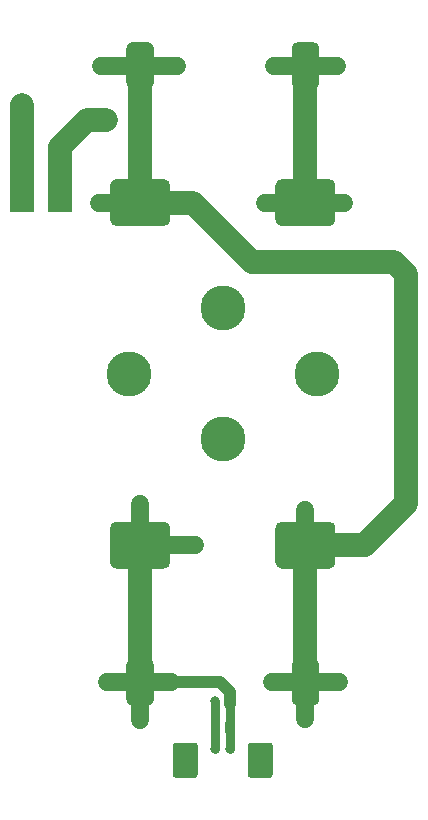
<source format=gtl>
G04 #@! TF.GenerationSoftware,KiCad,Pcbnew,(5.1.7)-1*
G04 #@! TF.CreationDate,2020-10-28T14:02:59+01:00*
G04 #@! TF.ProjectId,Generic_Node-BatteryHolder,47656e65-7269-4635-9f4e-6f64652d4261,1.0*
G04 #@! TF.SameCoordinates,PX8f0d180PY5f5e100*
G04 #@! TF.FileFunction,Copper,L1,Top*
G04 #@! TF.FilePolarity,Positive*
%FSLAX46Y46*%
G04 Gerber Fmt 4.6, Leading zero omitted, Abs format (unit mm)*
G04 Created by KiCad (PCBNEW (5.1.7)-1) date 2020-10-28 14:02:59*
%MOMM*%
%LPD*%
G01*
G04 APERTURE LIST*
G04 #@! TA.AperFunction,SMDPad,CuDef*
%ADD10R,2.000000X3.800000*%
G04 #@! TD*
G04 #@! TA.AperFunction,ComponentPad*
%ADD11C,3.810000*%
G04 #@! TD*
G04 #@! TA.AperFunction,ViaPad*
%ADD12C,0.800000*%
G04 #@! TD*
G04 #@! TA.AperFunction,Conductor*
%ADD13C,2.000000*%
G04 #@! TD*
G04 #@! TA.AperFunction,Conductor*
%ADD14C,1.500000*%
G04 #@! TD*
G04 #@! TA.AperFunction,Conductor*
%ADD15C,0.800000*%
G04 #@! TD*
G04 #@! TA.AperFunction,Conductor*
%ADD16C,1.000000*%
G04 #@! TD*
G04 APERTURE END LIST*
D10*
X-17000000Y17600000D03*
X-13800000Y17600000D03*
D11*
X0Y7549900D03*
X0Y-3549900D03*
X-7937500Y2000000D03*
X7937500Y2000000D03*
G04 #@! TA.AperFunction,SMDPad,CuDef*
G36*
G01*
X-6331675Y26130000D02*
X-7668325Y26130000D01*
G75*
G02*
X-8168400Y26630075I0J500075D01*
G01*
X-8168400Y29592325D01*
G75*
G02*
X-7668325Y30092400I500075J0D01*
G01*
X-6331675Y30092400D01*
G75*
G02*
X-5831600Y29592325I0J-500075D01*
G01*
X-5831600Y26630075D01*
G75*
G02*
X-6331675Y26130000I-500075J0D01*
G01*
G37*
G04 #@! TD.AperFunction*
G04 #@! TA.AperFunction,SMDPad,CuDef*
G36*
G01*
X-4958960Y14523400D02*
X-9041040Y14523400D01*
G75*
G02*
X-9540000Y15022360I0J498960D01*
G01*
X-9540000Y17984440D01*
G75*
G02*
X-9041040Y18483400I498960J0D01*
G01*
X-4958960Y18483400D01*
G75*
G02*
X-4460000Y17984440I0J-498960D01*
G01*
X-4460000Y15022360D01*
G75*
G02*
X-4958960Y14523400I-498960J0D01*
G01*
G37*
G04 #@! TD.AperFunction*
G04 #@! TA.AperFunction,SMDPad,CuDef*
G36*
G01*
X-6331675Y-26092400D02*
X-7668325Y-26092400D01*
G75*
G02*
X-8168400Y-25592325I0J500075D01*
G01*
X-8168400Y-22630075D01*
G75*
G02*
X-7668325Y-22130000I500075J0D01*
G01*
X-6331675Y-22130000D01*
G75*
G02*
X-5831600Y-22630075I0J-500075D01*
G01*
X-5831600Y-25592325D01*
G75*
G02*
X-6331675Y-26092400I-500075J0D01*
G01*
G37*
G04 #@! TD.AperFunction*
G04 #@! TA.AperFunction,SMDPad,CuDef*
G36*
G01*
X-4958960Y-14483400D02*
X-9041040Y-14483400D01*
G75*
G02*
X-9540000Y-13984440I0J498960D01*
G01*
X-9540000Y-11022360D01*
G75*
G02*
X-9041040Y-10523400I498960J0D01*
G01*
X-4958960Y-10523400D01*
G75*
G02*
X-4460000Y-11022360I0J-498960D01*
G01*
X-4460000Y-13984440D01*
G75*
G02*
X-4958960Y-14483400I-498960J0D01*
G01*
G37*
G04 #@! TD.AperFunction*
G04 #@! TA.AperFunction,SMDPad,CuDef*
G36*
G01*
X9041040Y-14483400D02*
X4958960Y-14483400D01*
G75*
G02*
X4460000Y-13984440I0J498960D01*
G01*
X4460000Y-11022360D01*
G75*
G02*
X4958960Y-10523400I498960J0D01*
G01*
X9041040Y-10523400D01*
G75*
G02*
X9540000Y-11022360I0J-498960D01*
G01*
X9540000Y-13984440D01*
G75*
G02*
X9041040Y-14483400I-498960J0D01*
G01*
G37*
G04 #@! TD.AperFunction*
G04 #@! TA.AperFunction,SMDPad,CuDef*
G36*
G01*
X7668325Y-26092400D02*
X6331675Y-26092400D01*
G75*
G02*
X5831600Y-25592325I0J500075D01*
G01*
X5831600Y-22630075D01*
G75*
G02*
X6331675Y-22130000I500075J0D01*
G01*
X7668325Y-22130000D01*
G75*
G02*
X8168400Y-22630075I0J-500075D01*
G01*
X8168400Y-25592325D01*
G75*
G02*
X7668325Y-26092400I-500075J0D01*
G01*
G37*
G04 #@! TD.AperFunction*
G04 #@! TA.AperFunction,SMDPad,CuDef*
G36*
G01*
X9041040Y14523400D02*
X4958960Y14523400D01*
G75*
G02*
X4460000Y15022360I0J498960D01*
G01*
X4460000Y17984440D01*
G75*
G02*
X4958960Y18483400I498960J0D01*
G01*
X9041040Y18483400D01*
G75*
G02*
X9540000Y17984440I0J-498960D01*
G01*
X9540000Y15022360D01*
G75*
G02*
X9041040Y14523400I-498960J0D01*
G01*
G37*
G04 #@! TD.AperFunction*
G04 #@! TA.AperFunction,SMDPad,CuDef*
G36*
G01*
X7668325Y26130000D02*
X6331675Y26130000D01*
G75*
G02*
X5831600Y26630075I0J500075D01*
G01*
X5831600Y29592325D01*
G75*
G02*
X6331675Y30092400I500075J0D01*
G01*
X7668325Y30092400D01*
G75*
G02*
X8168400Y29592325I0J-500075D01*
G01*
X8168400Y26630075D01*
G75*
G02*
X7668325Y26130000I-500075J0D01*
G01*
G37*
G04 #@! TD.AperFunction*
G04 #@! TA.AperFunction,SMDPad,CuDef*
G36*
G01*
X-1025000Y-28410000D02*
X-1025000Y-27510000D01*
G75*
G02*
X-825000Y-27310000I200000J0D01*
G01*
X-425000Y-27310000D01*
G75*
G02*
X-225000Y-27510000I0J-200000D01*
G01*
X-225000Y-28410000D01*
G75*
G02*
X-425000Y-28610000I-200000J0D01*
G01*
X-825000Y-28610000D01*
G75*
G02*
X-1025000Y-28410000I0J200000D01*
G01*
G37*
G04 #@! TD.AperFunction*
G04 #@! TA.AperFunction,SMDPad,CuDef*
G36*
G01*
X225000Y-28410000D02*
X225000Y-27510000D01*
G75*
G02*
X425000Y-27310000I200000J0D01*
G01*
X825000Y-27310000D01*
G75*
G02*
X1025000Y-27510000I0J-200000D01*
G01*
X1025000Y-28410000D01*
G75*
G02*
X825000Y-28610000I-200000J0D01*
G01*
X425000Y-28610000D01*
G75*
G02*
X225000Y-28410000I0J200000D01*
G01*
G37*
G04 #@! TD.AperFunction*
G04 #@! TA.AperFunction,SMDPad,CuDef*
G36*
G01*
X-4225000Y-31960001D02*
X-4225000Y-29459999D01*
G75*
G02*
X-3975001Y-29210000I249999J0D01*
G01*
X-2374999Y-29210000D01*
G75*
G02*
X-2125000Y-29459999I0J-249999D01*
G01*
X-2125000Y-31960001D01*
G75*
G02*
X-2374999Y-32210000I-249999J0D01*
G01*
X-3975001Y-32210000D01*
G75*
G02*
X-4225000Y-31960001I0J249999D01*
G01*
G37*
G04 #@! TD.AperFunction*
G04 #@! TA.AperFunction,SMDPad,CuDef*
G36*
G01*
X2125000Y-31960001D02*
X2125000Y-29459999D01*
G75*
G02*
X2374999Y-29210000I249999J0D01*
G01*
X3975001Y-29210000D01*
G75*
G02*
X4225000Y-29459999I0J-249999D01*
G01*
X4225000Y-31960001D01*
G75*
G02*
X3975001Y-32210000I-249999J0D01*
G01*
X2374999Y-32210000D01*
G75*
G02*
X2125000Y-31960001I0J249999D01*
G01*
G37*
G04 #@! TD.AperFunction*
D12*
X7000000Y-16600000D03*
X7000000Y-18200000D03*
X7000000Y-20000000D03*
X12000000Y-12500000D03*
X-3600000Y16500000D03*
X-10500000Y16500000D03*
X-3900000Y28100000D03*
X-10300000Y28100000D03*
X9800000Y-24100000D03*
X7000000Y-27200000D03*
X7000000Y-9500000D03*
X4200000Y-24100000D03*
X4300000Y28100000D03*
X9700000Y28100000D03*
X10300000Y16500000D03*
X3600000Y16500000D03*
X7000000Y20500000D03*
X7000000Y22000000D03*
X7000000Y23500000D03*
X7000000Y25500000D03*
X-11500000Y23500000D03*
X-13375000Y21625000D03*
X-12500000Y22500000D03*
X-635000Y-25717500D03*
X-635000Y-29781500D03*
X-9850000Y23500000D03*
X-2350000Y-12500000D03*
X-9800000Y-24100000D03*
X-7000000Y-27300000D03*
X-7000000Y-16000000D03*
X-7000000Y-18000000D03*
X-7000000Y-20000000D03*
X-17012000Y23388000D03*
X-17012000Y21888000D03*
X-17012000Y20388000D03*
X-7000000Y-9000000D03*
X-4350000Y-24100000D03*
X635000Y-29718000D03*
X609608Y-25911818D03*
X-17000000Y24774990D03*
D13*
X7000000Y-24111200D02*
X7000000Y-20000000D01*
X-7000000Y16503400D02*
X-7000000Y20400000D01*
X7000000Y-16600000D02*
X7000000Y-12503400D01*
X7000000Y-18200000D02*
X7000000Y-16600000D01*
X7000000Y-20000000D02*
X7000000Y-18200000D01*
X-7000000Y20400000D02*
X-7000000Y22200000D01*
X-7000000Y22200000D02*
X-7000000Y22500000D01*
X-7000000Y24200000D02*
X-7000000Y28111200D01*
D14*
X7000000Y-12503400D02*
X11996600Y-12503400D01*
X11996600Y-12503400D02*
X12000000Y-12500000D01*
X-7000000Y16503400D02*
X-3603400Y16503400D01*
X-3603400Y16503400D02*
X-3600000Y16500000D01*
X-7000000Y16503400D02*
X-10496600Y16503400D01*
X-10496600Y16503400D02*
X-10500000Y16500000D01*
X-7000000Y28111200D02*
X-3911200Y28111200D01*
X-3911200Y28111200D02*
X-3900000Y28100000D01*
X-7000000Y28111200D02*
X-10288800Y28111200D01*
X-10288800Y28111200D02*
X-10300000Y28100000D01*
X7000000Y-24111200D02*
X9788800Y-24111200D01*
X9788800Y-24111200D02*
X9800000Y-24100000D01*
X7000000Y-24111200D02*
X7000000Y-27200000D01*
D13*
X-7000000Y22500000D02*
X-7000000Y24200000D01*
X-7000000Y16503400D02*
X-3503400Y16503400D01*
X-7000000Y16503400D02*
X-2503400Y16503400D01*
X-2503400Y16503400D02*
X2500000Y11500000D01*
X2500000Y11500000D02*
X14500000Y11500000D01*
X14500000Y11500000D02*
X15500000Y10500000D01*
X15500000Y-9000000D02*
X11996600Y-12503400D01*
X15500000Y10500000D02*
X15500000Y-9000000D01*
X7003400Y-12500000D02*
X7000000Y-12503400D01*
X12000000Y-12500000D02*
X7003400Y-12500000D01*
D14*
X7000000Y-12503400D02*
X7000000Y-9500000D01*
X4211200Y-24111200D02*
X4200000Y-24100000D01*
X7000000Y-24111200D02*
X4211200Y-24111200D01*
D13*
X7000000Y16503400D02*
X7000000Y20500000D01*
D14*
X7000000Y28111200D02*
X4311200Y28111200D01*
X4311200Y28111200D02*
X4300000Y28100000D01*
X7000000Y28111200D02*
X9688800Y28111200D01*
X9688800Y28111200D02*
X9700000Y28100000D01*
X7000000Y16503400D02*
X10296600Y16503400D01*
X10296600Y16503400D02*
X10300000Y16500000D01*
X7000000Y16503400D02*
X3603400Y16503400D01*
X3603400Y16503400D02*
X3600000Y16500000D01*
D13*
X7000000Y20500000D02*
X7000000Y22000000D01*
X7000000Y22000000D02*
X7000000Y23500000D01*
X7000000Y23500000D02*
X7000000Y25500000D01*
X7000000Y25500000D02*
X7000000Y28111200D01*
X-13800000Y21200000D02*
X-13375000Y21625000D01*
X-13800000Y17600000D02*
X-13800000Y21200000D01*
X-13375000Y21625000D02*
X-12500000Y22500000D01*
X-12500000Y22500000D02*
X-11500000Y23500000D01*
D15*
X-625000Y-25727500D02*
X-635000Y-25717500D01*
X-625000Y-27960000D02*
X-625000Y-25727500D01*
X-625000Y-29771500D02*
X-635000Y-29781500D01*
X-625000Y-27960000D02*
X-625000Y-29771500D01*
D13*
X-11500000Y23500000D02*
X-9850000Y23500000D01*
D14*
X-7000000Y-12503400D02*
X-2353400Y-12503400D01*
X-2353400Y-12503400D02*
X-2350000Y-12500000D01*
D13*
X-7000000Y-24111200D02*
X-7000000Y-20000000D01*
D14*
X-7000000Y-24111200D02*
X-9788800Y-24111200D01*
X-9788800Y-24111200D02*
X-9800000Y-24100000D01*
X-7000000Y-24111200D02*
X-7000000Y-27300000D01*
D13*
X-7000000Y-16000000D02*
X-7000000Y-12503400D01*
X-7000000Y-18000000D02*
X-7000000Y-16000000D01*
X-7000000Y-20000000D02*
X-7000000Y-18000000D01*
D14*
X-17000000Y21000000D02*
X-17000000Y22500000D01*
D13*
X-17000000Y24000000D02*
X-17000000Y17600000D01*
D14*
X-7000000Y-12503400D02*
X-7000000Y-9000000D01*
X-4361200Y-24111200D02*
X-4350000Y-24100000D01*
X-7000000Y-24111200D02*
X-4361200Y-24111200D01*
D15*
X625000Y-29708000D02*
X635000Y-29718000D01*
X625000Y-27960000D02*
X625000Y-29708000D01*
X625000Y-25927210D02*
X609608Y-25911818D01*
X625000Y-27960000D02*
X625000Y-25927210D01*
X-222000Y-24111200D02*
X609608Y-24942808D01*
X-4361200Y-24111200D02*
X-222000Y-24111200D01*
D16*
X-233200Y-24100000D02*
X-222000Y-24111200D01*
X-4350000Y-24100000D02*
X-233200Y-24100000D01*
X-233200Y-24100000D02*
X609608Y-24942808D01*
X609608Y-24942808D02*
X609608Y-25911818D01*
D13*
X-17000000Y24000000D02*
X-17000000Y24774990D01*
X-17000000Y24774990D02*
X-17000000Y24774990D01*
M02*

</source>
